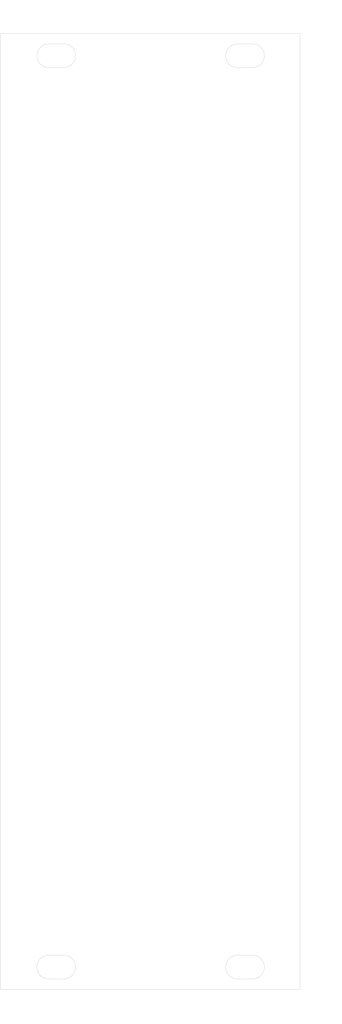
<source format=kicad_pcb>
(kicad_pcb (version 20171130) (host pcbnew "(5.1.10)-1")

  (general
    (thickness 1.6)
    (drawings 26)
    (tracks 0)
    (zones 0)
    (modules 0)
    (nets 1)
  )

  (page A4)
  (layers
    (0 F.Cu signal)
    (31 B.Cu signal)
    (32 B.Adhes user)
    (33 F.Adhes user)
    (34 B.Paste user)
    (35 F.Paste user)
    (36 B.SilkS user)
    (37 F.SilkS user)
    (38 B.Mask user)
    (39 F.Mask user)
    (40 Dwgs.User user)
    (41 Cmts.User user)
    (42 Eco1.User user)
    (43 Eco2.User user)
    (44 Edge.Cuts user)
    (45 Margin user)
    (46 B.CrtYd user)
    (47 F.CrtYd user)
    (48 B.Fab user)
    (49 F.Fab user hide)
  )

  (setup
    (last_trace_width 0.25)
    (trace_clearance 0.2)
    (zone_clearance 0.508)
    (zone_45_only no)
    (trace_min 0.2)
    (via_size 0.8)
    (via_drill 0.4)
    (via_min_size 0.4)
    (via_min_drill 0.3)
    (uvia_size 0.3)
    (uvia_drill 0.1)
    (uvias_allowed no)
    (uvia_min_size 0.2)
    (uvia_min_drill 0.1)
    (edge_width 0.05)
    (segment_width 0.2)
    (pcb_text_width 0.3)
    (pcb_text_size 1.5 1.5)
    (mod_edge_width 0.12)
    (mod_text_size 1 1)
    (mod_text_width 0.15)
    (pad_size 1.524 1.524)
    (pad_drill 0.762)
    (pad_to_mask_clearance 0)
    (aux_axis_origin 0 0)
    (visible_elements 7FFFFF7F)
    (pcbplotparams
      (layerselection 0x010fc_ffffffff)
      (usegerberextensions false)
      (usegerberattributes true)
      (usegerberadvancedattributes true)
      (creategerberjobfile true)
      (excludeedgelayer true)
      (linewidth 0.100000)
      (plotframeref false)
      (viasonmask false)
      (mode 1)
      (useauxorigin false)
      (hpglpennumber 1)
      (hpglpenspeed 20)
      (hpglpendiameter 15.000000)
      (psnegative false)
      (psa4output false)
      (plotreference true)
      (plotvalue true)
      (plotinvisibletext false)
      (padsonsilk false)
      (subtractmaskfromsilk false)
      (outputformat 1)
      (mirror false)
      (drillshape 1)
      (scaleselection 1)
      (outputdirectory ""))
  )

  (net 0 "")

  (net_class Default "This is the default net class."
    (clearance 0.2)
    (trace_width 0.25)
    (via_dia 0.8)
    (via_drill 0.4)
    (uvia_dia 0.3)
    (uvia_drill 0.1)
  )

  (dimension 25.4 (width 0.15) (layer Dwgs.User)
    (gr_text "25.400 mm" (at 118.2 167.8) (layer Dwgs.User)
      (effects (font (size 1 1) (thickness 0.15)))
    )
    (feature1 (pts (xy 130.9 162) (xy 130.9 167.086421)))
    (feature2 (pts (xy 105.5 162) (xy 105.5 167.086421)))
    (crossbar (pts (xy 105.5 166.5) (xy 130.9 166.5)))
    (arrow1a (pts (xy 130.9 166.5) (xy 129.773496 167.086421)))
    (arrow1b (pts (xy 130.9 166.5) (xy 129.773496 165.913579)))
    (arrow2a (pts (xy 105.5 166.5) (xy 106.626504 167.086421)))
    (arrow2b (pts (xy 105.5 166.5) (xy 106.626504 165.913579)))
  )
  (dimension 25.4 (width 0.15) (layer Dwgs.User)
    (gr_text "25.400 mm" (at 118.2 32.7) (layer Dwgs.User)
      (effects (font (size 1 1) (thickness 0.15)))
    )
    (feature1 (pts (xy 130.9 39.5) (xy 130.9 33.413579)))
    (feature2 (pts (xy 105.5 39.5) (xy 105.5 33.413579)))
    (crossbar (pts (xy 105.5 34) (xy 130.9 34)))
    (arrow1a (pts (xy 130.9 34) (xy 129.773496 34.586421)))
    (arrow1b (pts (xy 130.9 34) (xy 129.773496 33.413579)))
    (arrow2a (pts (xy 105.5 34) (xy 106.626504 34.586421)))
    (arrow2b (pts (xy 105.5 34) (xy 106.626504 33.413579)))
  )
  (gr_arc (start 131.9 162) (end 131.9 163.6) (angle -180) (layer Edge.Cuts) (width 0.05) (tstamp 616575F6))
  (gr_arc (start 129.9 162) (end 129.9 160.4) (angle -180) (layer Edge.Cuts) (width 0.05) (tstamp 616575F5))
  (gr_line (start 131.9 160.4) (end 129.9 160.4) (layer Edge.Cuts) (width 0.05) (tstamp 616575F4))
  (gr_line (start 129.9 163.6) (end 131.9 163.6) (layer Edge.Cuts) (width 0.05) (tstamp 616575F3))
  (gr_arc (start 131.9 39.5) (end 131.9 41.1) (angle -180) (layer Edge.Cuts) (width 0.05) (tstamp 6165755F))
  (gr_line (start 131.9 37.9) (end 129.9 37.9) (layer Edge.Cuts) (width 0.05) (tstamp 6165755E))
  (gr_arc (start 129.9 39.5) (end 129.9 37.9) (angle -180) (layer Edge.Cuts) (width 0.05) (tstamp 6165755B))
  (gr_line (start 129.9 41.1) (end 131.9 41.1) (layer Edge.Cuts) (width 0.05) (tstamp 6165755A))
  (dimension 7.5 (width 0.15) (layer Dwgs.User)
    (gr_text "7.500 mm" (at 101.75 167.8) (layer Dwgs.User)
      (effects (font (size 1 1) (thickness 0.15)))
    )
    (feature1 (pts (xy 98 162) (xy 98 167.086421)))
    (feature2 (pts (xy 105.5 162) (xy 105.5 167.086421)))
    (crossbar (pts (xy 105.5 166.5) (xy 98 166.5)))
    (arrow1a (pts (xy 98 166.5) (xy 99.126504 165.913579)))
    (arrow1b (pts (xy 98 166.5) (xy 99.126504 167.086421)))
    (arrow2a (pts (xy 105.5 166.5) (xy 104.373496 165.913579)))
    (arrow2b (pts (xy 105.5 166.5) (xy 104.373496 167.086421)))
  )
  (dimension 7.5 (width 0.15) (layer Dwgs.User)
    (gr_text "7.500 mm" (at 101.75 32.7) (layer Dwgs.User)
      (effects (font (size 1 1) (thickness 0.15)))
    )
    (feature1 (pts (xy 98 39.5) (xy 98 33.413579)))
    (feature2 (pts (xy 105.5 39.5) (xy 105.5 33.413579)))
    (crossbar (pts (xy 105.5 34) (xy 98 34)))
    (arrow1a (pts (xy 98 34) (xy 99.126504 33.413579)))
    (arrow1b (pts (xy 98 34) (xy 99.126504 34.586421)))
    (arrow2a (pts (xy 105.5 34) (xy 104.373496 33.413579)))
    (arrow2b (pts (xy 105.5 34) (xy 104.373496 34.586421)))
  )
  (gr_arc (start 104.5 162) (end 104.5 160.4) (angle -180) (layer Edge.Cuts) (width 0.05) (tstamp 616572F5))
  (gr_line (start 106.5 160.4) (end 104.5 160.4) (layer Edge.Cuts) (width 0.05) (tstamp 616572F4))
  (gr_line (start 104.5 163.6) (end 106.5 163.6) (layer Edge.Cuts) (width 0.05) (tstamp 616572F3))
  (gr_arc (start 106.5 162) (end 106.5 163.6) (angle -180) (layer Edge.Cuts) (width 0.05) (tstamp 616572D5))
  (gr_line (start 104.5 41.1) (end 106.5 41.1) (layer Edge.Cuts) (width 0.05) (tstamp 6165721F))
  (gr_arc (start 104.5 39.5) (end 104.5 37.9) (angle -180) (layer Edge.Cuts) (width 0.05))
  (gr_line (start 106.5 37.9) (end 104.5 37.9) (layer Edge.Cuts) (width 0.05))
  (gr_arc (start 106.5 39.5) (end 106.5 41.1) (angle -180) (layer Edge.Cuts) (width 0.05))
  (dimension 128.5 (width 0.15) (layer Dwgs.User)
    (gr_text "128.500 mm" (at 142.6 100.75 90) (layer Dwgs.User)
      (effects (font (size 1 1) (thickness 0.15)))
    )
    (feature1 (pts (xy 138.3 36.5) (xy 141.886421 36.5)))
    (feature2 (pts (xy 138.3 165) (xy 141.886421 165)))
    (crossbar (pts (xy 141.3 165) (xy 141.3 36.5)))
    (arrow1a (pts (xy 141.3 36.5) (xy 141.886421 37.626504)))
    (arrow1b (pts (xy 141.3 36.5) (xy 140.713579 37.626504)))
    (arrow2a (pts (xy 141.3 165) (xy 141.886421 163.873496)))
    (arrow2b (pts (xy 141.3 165) (xy 140.713579 163.873496)))
  )
  (dimension 40.3 (width 0.15) (layer Dwgs.User)
    (gr_text "40.300 mm" (at 118.15 170.3) (layer Dwgs.User)
      (effects (font (size 1 1) (thickness 0.15)))
    )
    (feature1 (pts (xy 138.3 165) (xy 138.3 169.586421)))
    (feature2 (pts (xy 98 165) (xy 98 169.586421)))
    (crossbar (pts (xy 98 169) (xy 138.3 169)))
    (arrow1a (pts (xy 138.3 169) (xy 137.173496 169.586421)))
    (arrow1b (pts (xy 138.3 169) (xy 137.173496 168.413579)))
    (arrow2a (pts (xy 98 169) (xy 99.126504 169.586421)))
    (arrow2b (pts (xy 98 169) (xy 99.126504 168.413579)))
  )
  (gr_line (start 98 36.5) (end 98 165) (layer Edge.Cuts) (width 0.05) (tstamp 61656D8B))
  (gr_line (start 138.3 36.5) (end 98 36.5) (layer Edge.Cuts) (width 0.05))
  (gr_line (start 138.3 165) (end 138.3 36.5) (layer Edge.Cuts) (width 0.05))
  (gr_line (start 98 165) (end 138.3 165) (layer Edge.Cuts) (width 0.05))

)

</source>
